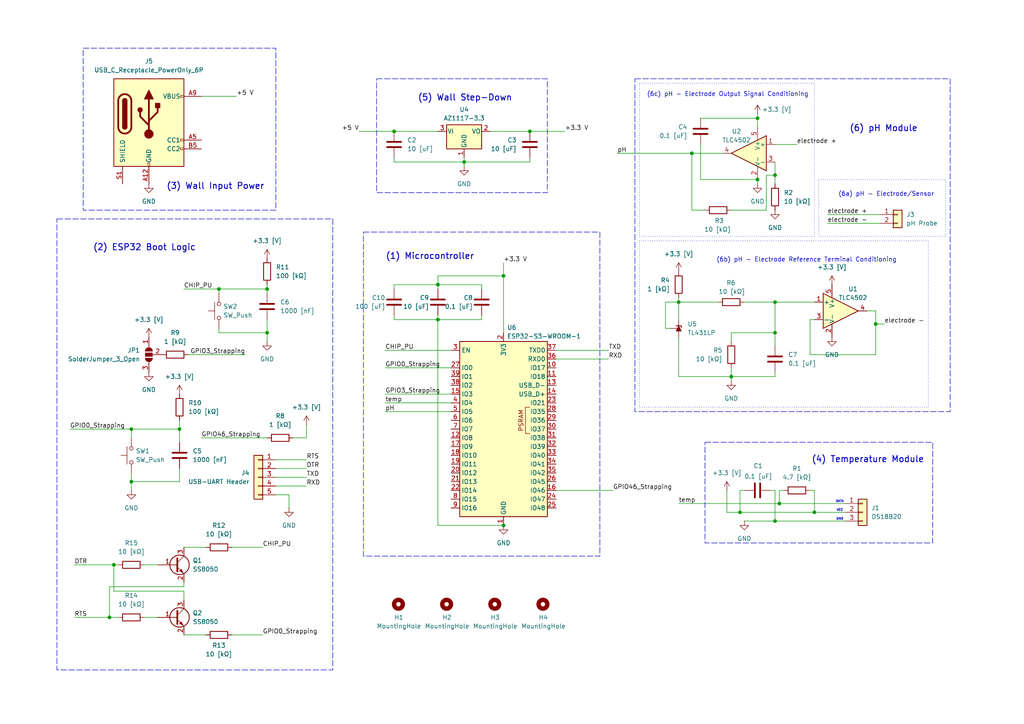
<source format=kicad_sch>
(kicad_sch (version 20231120) (generator "eeschema") (generator_version "8.0")
  (paper "A4")
  (lib_symbols
    (symbol "Amplifier_Operational:TLV172IDCK" (pin_names (offset 0.127))
      (property "Reference" "U" (at 7.62 2.54 0))
      (property "Value" "TLV172IDCK" (at 11.43 -2.54 0))
      (symbol "TLV172IDCK_0_1"
        (polyline (pts (xy -2.54 5.08) (xy -2.54 -5.08) (xy 7.62 0) (xy -2.54 5.08)) (stroke (width 0.254)) (fill (type background)))
      )
      (symbol "TLV172IDCK_1_1"
        (pin input line (at -5.08 2.54 0) (length 2.54) (name "+") (number "1"))
        (pin power_in line (at 0 -7.62 90) (length 3.81) (name "V-") (number "2"))
        (pin input line (at -5.08 -2.54 0) (length 2.54) (name "-") (number "3"))
        (pin output line (at 10.16 0 180) (length 2.54) (name "~") (number "4"))
        (pin power_in line (at 0 7.62 270) (length 3.81) (name "V+") (number "5"))
      )
    )
    (symbol "Connector:USB_C_Receptacle_PowerOnly_6P" (pin_names (offset 1.016))
      (property "Reference" "J" (at 0 16.51 0))
      (property "Value" "USB_C_Receptacle_PowerOnly_6P" (at 0 13.97 0))
      (symbol "USB_C_Receptacle_PowerOnly_6P_0_0"
        (rectangle (start -0.254 -12.7) (end 0.254 -11.684))
        (rectangle (start 10.16 -7.366) (end 9.144 -7.874))
        (rectangle (start 10.16 -4.826) (end 9.144 -5.334))
        (rectangle (start 10.16 7.874) (end 9.144 7.366))
      )
      (symbol "USB_C_Receptacle_PowerOnly_6P_0_1"
        (rectangle (start -10.16 12.7) (end 10.16 -12.7) (stroke (width 0.254)) (fill (type background)))
        (arc (start -8.89 -1.27) (mid -6.985 -3.1667) (end -5.08 -1.27) (stroke (width 0.508)))
        (arc (start -7.62 -1.27) (mid -6.985 -1.9023) (end -6.35 -1.27) (stroke (width 0.254)))
        (arc (start -7.62 -1.27) (mid -6.985 -1.9023) (end -6.35 -1.27) (stroke (width 0.254)) (fill (type outline)))
        (rectangle (start -7.62 -1.27) (end -6.35 6.35) (stroke (width 0.254)) (fill (type outline)))
        (arc (start -6.35 6.35) (mid -6.985 6.9823) (end -7.62 6.35) (stroke (width 0.254)))
        (arc (start -6.35 6.35) (mid -6.985 6.9823) (end -7.62 6.35) (stroke (width 0.254)) (fill (type outline)))
        (arc (start -5.08 6.35) (mid -6.985 8.2467) (end -8.89 6.35) (stroke (width 0.508)))
        (circle (center -2.54 3.683) (radius 0.635) (stroke (width 0.254)) (fill (type outline)))
        (circle (center 0 -3.302) (radius 1.27) (fill (type outline)))
        (polyline (pts (xy -8.89 -1.27) (xy -8.89 6.35)) (stroke (width 0.508)))
        (polyline (pts (xy -5.08 6.35) (xy -5.08 -1.27)) (stroke (width 0.508)))
        (polyline (pts (xy 0 -3.302) (xy 0 6.858)) (stroke (width 0.508)))
        (polyline (pts (xy 0 -0.762) (xy -2.54 1.778) (xy -2.54 3.048)) (stroke (width 0.508)))
        (polyline (pts (xy 0 0.508) (xy 2.54 3.048) (xy 2.54 4.318)) (stroke (width 0.508)))
        (polyline (pts (xy -1.27 6.858) (xy 0 9.398) (xy 1.27 6.858) (xy -1.27 6.858)) (stroke (width 0.254)) (fill (type outline)))
        (rectangle (start 1.905 4.318) (end 3.175 5.588) (stroke (width 0.254)) (fill (type outline)))
      )
      (symbol "USB_C_Receptacle_PowerOnly_6P_1_1"
        (pin passive line (at 0 -17.78 90) (length 5.08) (name "GND") (number "A12"))
        (pin bidirectional line (at 15.24 -5.08 180) (length 5.08) (name "CC1") (number "A5"))
        (pin passive line (at 15.24 7.62 180) (length 5.08) (name "VBUS") (number "A9"))
        (pin passive line (at 0 -17.78 90) (length 5.08) hide (name "GND") (number "B12"))
        (pin bidirectional line (at 15.24 -7.62 180) (length 5.08) (name "CC2") (number "B5"))
        (pin passive line (at 15.24 7.62 180) (length 5.08) hide (name "VBUS") (number "B9"))
        (pin passive line (at -7.62 -17.78 90) (length 5.08) (name "SHIELD") (number "S1"))
      )
    )
    (symbol "Connector_Generic:Conn_01x02" (pin_names (offset 1.016) hide)
      (property "Reference" "J" (at 0 2.54 0))
      (property "Value" "Conn_01x02" (at 0 -5.08 0))
      (symbol "Conn_01x02_1_1"
        (rectangle (start -1.27 -2.413) (end 0 -2.667) (stroke (width 0.1524)))
        (rectangle (start -1.27 0.127) (end 0 -0.127) (stroke (width 0.1524)))
        (rectangle (start -1.27 1.27) (end 1.27 -3.81) (stroke (width 0.254)) (fill (type background)))
        (pin passive line (at -5.08 0 0) (length 3.81) (name "Pin_1") (number "1"))
        (pin passive line (at -5.08 -2.54 0) (length 3.81) (name "Pin_2") (number "2"))
      )
    )
    (symbol "Connector_Generic:Conn_01x03" (pin_names (offset 1.016) hide)
      (property "Reference" "J" (at 0 5.08 0))
      (property "Value" "Conn_01x03" (at 0 -5.08 0))
      (symbol "Conn_01x03_1_1"
        (rectangle (start -1.27 -2.413) (end 0 -2.667) (stroke (width 0.1524)))
        (rectangle (start -1.27 0.127) (end 0 -0.127) (stroke (width 0.1524)))
        (rectangle (start -1.27 2.667) (end 0 2.413) (stroke (width 0.1524)))
        (rectangle (start -1.27 3.81) (end 1.27 -3.81) (stroke (width 0.254)) (fill (type background)))
        (pin passive line (at -5.08 2.54 0) (length 3.81) (name "Pin_1") (number "1"))
        (pin passive line (at -5.08 0 0) (length 3.81) (name "Pin_2") (number "2"))
        (pin passive line (at -5.08 -2.54 0) (length 3.81) (name "Pin_3") (number "3"))
      )
    )
    (symbol "Connector_Generic:Conn_01x05" (pin_names (offset 1.016) hide)
      (property "Reference" "J" (at 0 7.62 0))
      (property "Value" "Conn_01x05" (at 0 -7.62 0))
      (symbol "Conn_01x05_1_1"
        (rectangle (start -1.27 -4.953) (end 0 -5.207) (stroke (width 0.1524)))
        (rectangle (start -1.27 -2.413) (end 0 -2.667) (stroke (width 0.1524)))
        (rectangle (start -1.27 0.127) (end 0 -0.127) (stroke (width 0.1524)))
        (rectangle (start -1.27 2.667) (end 0 2.413) (stroke (width 0.1524)))
        (rectangle (start -1.27 5.207) (end 0 4.953) (stroke (width 0.1524)))
        (rectangle (start -1.27 6.35) (end 1.27 -6.35) (stroke (width 0.254)) (fill (type background)))
        (pin passive line (at -5.08 5.08 0) (length 3.81) (name "Pin_1") (number "1"))
        (pin passive line (at -5.08 2.54 0) (length 3.81) (name "Pin_2") (number "2"))
        (pin passive line (at -5.08 0 0) (length 3.81) (name "Pin_3") (number "3"))
        (pin passive line (at -5.08 -2.54 0) (length 3.81) (name "Pin_4") (number "4"))
        (pin passive line (at -5.08 -5.08 0) (length 3.81) (name "Pin_5") (number "5"))
      )
    )
    (symbol "Device:C" (pin_numbers hide) (pin_names (offset 0.254))
      (property "Reference" "C" (at 0.635 2.54 0))
      (property "Value" "C" (at 0.635 -2.54 0))
      (symbol "C_0_1"
        (polyline (pts (xy -2.032 -0.762) (xy 2.032 -0.762)) (stroke (width 0.508)))
        (polyline (pts (xy -2.032 0.762) (xy 2.032 0.762)) (stroke (width 0.508)))
      )
      (symbol "C_1_1"
        (pin passive line (at 0 3.81 270) (length 2.794) (name "~") (number "1"))
        (pin passive line (at 0 -3.81 90) (length 2.794) (name "~") (number "2"))
      )
    )
    (symbol "Device:R" (pin_numbers hide) (pin_names (offset 0))
      (property "Reference" "R" (at 2.032 0 90))
      (property "Value" "R" (at 0 0 90))
      (symbol "R_0_1"
        (rectangle (start -1.016 -2.54) (end 1.016 2.54) (stroke (width 0.254)))
      )
      (symbol "R_1_1"
        (pin passive line (at 0 3.81 270) (length 1.27) (name "~") (number "1"))
        (pin passive line (at 0 -3.81 90) (length 1.27) (name "~") (number "2"))
      )
    )
    (symbol "Jumper:SolderJumper_3_Open" (pin_names (offset 0) hide) (exclude_from_sim yes) (in_bom no)
      (property "Reference" "JP" (at -2.54 -2.54 0))
      (property "Value" "SolderJumper_3_Open" (at 0 2.794 0))
      (symbol "SolderJumper_3_Open_0_1"
        (arc (start -1.016 1.016) (mid -2.0276 0) (end -1.016 -1.016))
        (arc (start -1.016 1.016) (mid -2.0276 0) (end -1.016 -1.016) (fill (type outline)))
        (rectangle (start -0.508 1.016) (end 0.508 -1.016) (fill (type outline)))
        (polyline (pts (xy -2.54 0) (xy -2.032 0)))
        (polyline (pts (xy -1.016 1.016) (xy -1.016 -1.016)))
        (polyline (pts (xy 0 -1.27) (xy 0 -1.016)))
        (polyline (pts (xy 1.016 1.016) (xy 1.016 -1.016)))
        (polyline (pts (xy 2.54 0) (xy 2.032 0)))
        (arc (start 1.016 -1.016) (mid 2.0276 0) (end 1.016 1.016))
        (arc (start 1.016 -1.016) (mid 2.0276 0) (end 1.016 1.016) (fill (type outline)))
      )
      (symbol "SolderJumper_3_Open_1_1"
        (pin passive line (at -5.08 0 0) (length 2.54) (name "A") (number "1"))
        (pin passive line (at 0 -3.81 90) (length 2.54) (name "C") (number "2"))
        (pin passive line (at 5.08 0 180) (length 2.54) (name "B") (number "3"))
      )
    )
    (symbol "Mechanical:MountingHole" (pin_names (offset 1.016)) (exclude_from_sim yes) (in_bom no)
      (property "Reference" "H" (at 0 5.08 0))
      (property "Value" "MountingHole" (at 0 3.175 0))
      (symbol "MountingHole_0_1"
        (circle (center 0 0) (radius 1.27) (stroke (width 1.27)))
      )
    )
    (symbol "RF_Module:ESP32-S3-WROOM-1"
      (property "Reference" "U" (at -12.7 26.67 0))
      (property "Value" "ESP32-S3-WROOM-1" (at 12.7 26.67 0))
      (symbol "ESP32-S3-WROOM-1_0_0"
        (rectangle (start -12.7 25.4) (end 12.7 -25.4) (stroke (width 0.254)) (fill (type background)))
        (text "PSRAM" (at 5.08 2.54 900) (effects (font (size 1.27 1.27))))
      )
      (symbol "ESP32-S3-WROOM-1_0_1"
        (polyline (pts (xy 7.62 -1.27) (xy 6.35 -1.27) (xy 6.35 6.35) (xy 7.62 6.35)))
      )
      (symbol "ESP32-S3-WROOM-1_1_1"
        (pin power_in line (at 0 -27.94 90) (length 2.54) (name "GND") (number "1"))
        (pin bidirectional line (at 15.24 17.78 180) (length 2.54) (name "IO17") (number "10"))
        (pin bidirectional line (at 15.24 15.24 180) (length 2.54) (name "IO18") (number "11"))
        (pin bidirectional line (at -15.24 -2.54 0) (length 2.54) (name "IO8") (number "12"))
        (pin bidirectional line (at 15.24 12.7 180) (length 2.54) (name "USB_D-") (number "13"))
        (pin bidirectional line (at 15.24 10.16 180) (length 2.54) (name "USB_D+") (number "14"))
        (pin bidirectional line (at -15.24 10.16 0) (length 2.54) (name "IO3") (number "15"))
        (pin bidirectional line (at 15.24 -17.78 180) (length 2.54) (name "IO46") (number "16"))
        (pin bidirectional line (at -15.24 -5.08 0) (length 2.54) (name "IO9") (number "17"))
        (pin bidirectional line (at -15.24 -7.62 0) (length 2.54) (name "IO10") (number "18"))
        (pin bidirectional line (at -15.24 -10.16 0) (length 2.54) (name "IO11") (number "19"))
        (pin power_in line (at 0 27.94 270) (length 2.54) (name "3V3") (number "2"))
        (pin bidirectional line (at -15.24 -12.7 0) (length 2.54) (name "IO12") (number "20"))
        (pin bidirectional line (at -15.24 -15.24 0) (length 2.54) (name "IO13") (number "21"))
        (pin bidirectional line (at -15.24 -17.78 0) (length 2.54) (name "IO14") (number "22"))
        (pin bidirectional line (at 15.24 7.62 180) (length 2.54) (name "IO21") (number "23"))
        (pin bidirectional line (at 15.24 -20.32 180) (length 2.54) (name "IO47") (number "24"))
        (pin bidirectional line (at 15.24 -22.86 180) (length 2.54) (name "IO48") (number "25"))
        (pin bidirectional line (at 15.24 -15.24 180) (length 2.54) (name "IO45") (number "26"))
        (pin bidirectional line (at -15.24 17.78 0) (length 2.54) (name "IO0") (number "27"))
        (pin bidirectional line (at 15.24 5.08 180) (length 2.54) (name "IO35") (number "28"))
        (pin bidirectional line (at 15.24 2.54 180) (length 2.54) (name "IO36") (number "29"))
        (pin input line (at -15.24 22.86 0) (length 2.54) (name "EN") (number "3"))
        (pin bidirectional line (at 15.24 0 180) (length 2.54) (name "IO37") (number "30"))
        (pin bidirectional line (at 15.24 -2.54 180) (length 2.54) (name "IO38") (number "31"))
        (pin bidirectional line (at 15.24 -5.08 180) (length 2.54) (name "IO39") (number "32"))
        (pin bidirectional line (at 15.24 -7.62 180) (length 2.54) (name "IO40") (number "33"))
        (pin bidirectional line (at 15.24 -10.16 180) (length 2.54) (name "IO41") (number "34"))
        (pin bidirectional line (at 15.24 -12.7 180) (length 2.54) (name "IO42") (number "35"))
        (pin bidirectional line (at 15.24 20.32 180) (length 2.54) (name "RXD0") (number "36"))
        (pin bidirectional line (at 15.24 22.86 180) (length 2.54) (name "TXD0") (number "37"))
        (pin bidirectional line (at -15.24 12.7 0) (length 2.54) (name "IO2") (number "38"))
        (pin bidirectional line (at -15.24 15.24 0) (length 2.54) (name "IO1") (number "39"))
        (pin bidirectional line (at -15.24 7.62 0) (length 2.54) (name "IO4") (number "4"))
        (pin passive line (at 0 -27.94 90) (length 2.54) hide (name "GND") (number "40"))
        (pin passive line (at 0 -27.94 90) (length 2.54) hide (name "GND") (number "41"))
        (pin bidirectional line (at -15.24 5.08 0) (length 2.54) (name "IO5") (number "5"))
        (pin bidirectional line (at -15.24 2.54 0) (length 2.54) (name "IO6") (number "6"))
        (pin bidirectional line (at -15.24 0 0) (length 2.54) (name "IO7") (number "7"))
        (pin bidirectional line (at -15.24 -20.32 0) (length 2.54) (name "IO15") (number "8"))
        (pin bidirectional line (at -15.24 -22.86 0) (length 2.54) (name "IO16") (number "9"))
      )
    )
    (symbol "Reference_Voltage:TL431LP" (pin_numbers hide) (pin_names hide)
      (property "Reference" "U" (at -2.54 2.54 0))
      (property "Value" "TL431LP" (at 0 -2.54 0))
      (symbol "TL431LP_0_1"
        (polyline (pts (xy -1.27 0) (xy 0 0) (xy 1.27 0)))
        (polyline (pts (xy -0.762 -0.762) (xy -0.762 0.762) (xy 0.762 0) (xy -0.762 -0.762)) (fill (type outline)))
        (polyline (pts (xy 0.254 -0.762) (xy 0.762 -0.762) (xy 0.762 0.762) (xy 0.762 0.762)) (stroke (width 0.254)))
      )
      (symbol "TL431LP_1_1"
        (pin passive line (at 0 2.54 270) (length 2.54) (name "REF") (number "1"))
        (pin passive line (at -2.54 0 0) (length 2.54) (name "A") (number "2"))
        (pin passive line (at 2.54 0 180) (length 2.54) (name "K") (number "3"))
      )
    )
    (symbol "Regulator_Linear:AZ1117-3.3" (pin_names (offset 0.254))
      (property "Reference" "U" (at -3.81 3.175 0))
      (property "Value" "AZ1117-3.3" (at 0 3.175 0))
      (symbol "AZ1117-3.3_0_1"
        (rectangle (start -5.08 1.905) (end 5.08 -5.08) (stroke (width 0.254)) (fill (type background)))
      )
      (symbol "AZ1117-3.3_1_1"
        (pin power_in line (at 0 -7.62 90) (length 2.54) (name "GND") (number "1"))
        (pin power_out line (at 7.62 0 180) (length 2.54) (name "VO") (number "2"))
        (pin power_in line (at -7.62 0 0) (length 2.54) (name "VI") (number "3"))
      )
    )
    (symbol "Switch:SW_Push" (pin_numbers hide) (pin_names (offset 1.016) hide)
      (property "Reference" "SW" (at 1.27 2.54 0))
      (property "Value" "SW_Push" (at 0 -1.524 0))
      (symbol "SW_Push_0_1"
        (circle (center -2.032 0) (radius 0.508))
        (polyline (pts (xy 0 1.27) (xy 0 3.048)))
        (polyline (pts (xy 2.54 1.27) (xy -2.54 1.27)))
        (circle (center 2.032 0) (radius 0.508))
        (pin passive line (at -5.08 0 0) (length 2.54) (name "1") (number "1"))
        (pin passive line (at 5.08 0 180) (length 2.54) (name "2") (number "2"))
      )
    )
    (symbol "Transistor_BJT:SS8050" (pin_names (offset 0) hide)
      (property "Reference" "Q" (at 5.08 1.905 0))
      (property "Value" "SS8050" (at 5.08 0 0))
      (symbol "SS8050_0_1"
        (polyline (pts (xy 0.635 0.635) (xy 2.54 2.54)))
        (polyline (pts (xy 0.635 -0.635) (xy 2.54 -2.54) (xy 2.54 -2.54)))
        (polyline (pts (xy 0.635 1.905) (xy 0.635 -1.905) (xy 0.635 -1.905)) (stroke (width 0.508)))
        (polyline (pts (xy 1.27 -1.778) (xy 1.778 -1.27) (xy 2.286 -2.286) (xy 1.27 -1.778) (xy 1.27 -1.778)) (fill (type outline)))
        (circle (center 1.27 0) (radius 2.8194) (stroke (width 0.254)))
      )
      (symbol "SS8050_1_1"
        (pin input line (at -5.08 0 0) (length 5.715) (name "B") (number "1"))
        (pin passive line (at 2.54 -5.08 90) (length 2.54) (name "E") (number "2"))
        (pin passive line (at 2.54 5.08 270) (length 2.54) (name "C") (number "3"))
      )
    )
    (symbol "power:GND" (power) (pin_numbers hide) (pin_names (offset 0) hide)
      (property "Value" "GND" (at 0 -3.81 0))
      (symbol "GND_0_1"
        (polyline (pts (xy 0 0) (xy 0 -1.27) (xy 1.27 -1.27) (xy 0 -2.54) (xy -1.27 -1.27) (xy 0 -1.27)))
      )
      (symbol "GND_1_1"
        (pin power_in line (at 0 0 270) (length 0) (name "~") (number "1"))
      )
    )
    (symbol "power:VCC" (power) (pin_numbers hide) (pin_names (offset 0) hide)
      (property "Value" "VCC" (at 0 3.556 0))
      (symbol "VCC_0_1"
        (polyline (pts (xy -0.762 1.27) (xy 0 2.54)))
        (polyline (pts (xy 0 0) (xy 0 2.54)))
        (polyline (pts (xy 0 2.54) (xy 0.762 1.27)))
      )
      (symbol "VCC_1_1"
        (pin power_in line (at 0 0 90) (length 0) (name "~") (number "1"))
      )
    )
  )
  (junction (at 224.79 87.63))
  (junction (at 38.1 124.46))
  (junction (at 200.66 44.45))
  (junction (at 224.79 50.8))
  (junction (at 127 82.55))
  (junction (at 219.71 52.07))
  (junction (at 226.06 146.05))
  (junction (at 196.85 87.63))
  (junction (at 224.79 151.13))
  (junction (at 33.02 163.83))
  (junction (at 254 93.98))
  (junction (at 114.3 38.1))
  (junction (at 224.79 96.52))
  (junction (at 236.22 148.59))
  (junction (at 127 92.71))
  (junction (at 31.75 179.07))
  (junction (at 146.05 152.4))
  (junction (at 214.63 148.59))
  (junction (at 146.05 80.01))
  (junction (at 134.62 46.99))
  (junction (at 77.47 96.52))
  (junction (at 153.67 38.1))
  (junction (at 212.09 109.22))
  (junction (at 52.07 124.46))
  (junction (at 63.5 83.82))
  (junction (at 219.71 34.29))
  (junction (at 77.47 83.82))
  (junction (at 38.1 139.7))
  (wire (pts (xy 53.34 170.18) (xy 31.75 170.18)))
  (wire (pts (xy 234.95 102.87) (xy 254 102.87)))
  (wire (pts (xy 146.05 76.2) (xy 146.05 80.01)))
  (wire (pts (xy 52.07 124.46) (xy 52.07 121.92)))
  (wire (pts (xy 224.79 46.99) (xy 224.79 50.8)))
  (wire (pts (xy 224.79 96.52) (xy 224.79 100.33)))
  (wire (pts (xy 52.07 124.46) (xy 52.07 128.27)))
  (wire (pts (xy 41.91 163.83) (xy 45.72 163.83)))
  (wire (pts (xy 212.09 60.96) (xy 222.25 60.96)))
  (wire (pts (xy 222.25 60.96) (xy 222.25 50.8)))
  (wire (pts (xy 214.63 148.59) (xy 210.82 148.59)))
  (wire (pts (xy 21.59 163.83) (xy 33.02 163.83)))
  (wire (pts (xy 114.3 91.44) (xy 114.3 92.71)))
  (wire (pts (xy 53.34 158.75) (xy 59.69 158.75)))
  (wire (pts (xy 234.95 92.71) (xy 234.95 102.87)))
  (wire (pts (xy 127 152.4) (xy 146.05 152.4)))
  (wire (pts (xy 210.82 142.24) (xy 210.82 148.59)))
  (wire (pts (xy 114.3 82.55) (xy 127 82.55)))
  (wire (pts (xy 114.3 46.99) (xy 114.3 45.72)))
  (wire (pts (xy 219.71 33.02) (xy 219.71 34.29)))
  (wire (pts (xy 58.42 27.94) (xy 68.58 27.94)))
  (wire (pts (xy 20.32 124.46) (xy 38.1 124.46)))
  (wire (pts (xy 38.1 124.46) (xy 52.07 124.46)))
  (wire (pts (xy 254 90.17) (xy 254 93.98)))
  (wire (pts (xy 134.62 46.99) (xy 134.62 48.26)))
  (wire (pts (xy 226.06 146.05) (xy 245.11 146.05)))
  (wire (pts (xy 33.02 163.83) (xy 34.29 163.83)))
  (wire (pts (xy 80.01 138.43) (xy 88.9 138.43)))
  (wire (pts (xy 63.5 96.52) (xy 77.47 96.52)))
  (wire (pts (xy 212.09 96.52) (xy 212.09 99.06)))
  (wire (pts (xy 71.12 102.87) (xy 54.61 102.87)))
  (wire (pts (xy 222.25 50.8) (xy 224.79 50.8)))
  (wire (pts (xy 111.76 116.84) (xy 130.81 116.84)))
  (wire (pts (xy 227.33 142.24) (xy 226.06 142.24)))
  (wire (pts (xy 193.04 87.63) (xy 196.85 87.63)))
  (wire (pts (xy 224.79 50.8) (xy 224.79 53.34)))
  (wire (pts (xy 127 92.71) (xy 139.7 92.71)))
  (wire (pts (xy 161.29 101.6) (xy 176.53 101.6)))
  (wire (pts (xy 127 82.55) (xy 127 80.01)))
  (wire (pts (xy 224.79 151.13) (xy 245.11 151.13)))
  (wire (pts (xy 161.29 142.24) (xy 177.8 142.24)))
  (wire (pts (xy 38.1 137.16) (xy 38.1 139.7)))
  (wire (pts (xy 111.76 119.38) (xy 130.81 119.38)))
  (wire (pts (xy 127 92.71) (xy 127 152.4)))
  (wire (pts (xy 255.27 62.23) (xy 240.03 62.23)))
  (wire (pts (xy 236.22 148.59) (xy 245.11 148.59)))
  (wire (pts (xy 153.67 46.99) (xy 153.67 45.72)))
  (wire (pts (xy 67.31 184.15) (xy 76.2 184.15)))
  (wire (pts (xy 194.31 95.25) (xy 193.04 95.25)))
  (wire (pts (xy 236.22 92.71) (xy 234.95 92.71)))
  (wire (pts (xy 203.2 52.07) (xy 219.71 52.07)))
  (wire (pts (xy 53.34 83.82) (xy 63.5 83.82)))
  (wire (pts (xy 139.7 91.44) (xy 139.7 92.71)))
  (wire (pts (xy 53.34 171.45) (xy 33.02 171.45)))
  (wire (pts (xy 114.3 46.99) (xy 134.62 46.99)))
  (wire (pts (xy 236.22 87.63) (xy 224.79 87.63)))
  (wire (pts (xy 219.71 34.29) (xy 203.2 34.29)))
  (wire (pts (xy 88.9 133.35) (xy 80.01 133.35)))
  (wire (pts (xy 161.29 104.14) (xy 176.53 104.14)))
  (wire (pts (xy 52.07 135.89) (xy 52.07 139.7)))
  (wire (pts (xy 224.79 87.63) (xy 224.79 96.52)))
  (wire (pts (xy 142.24 38.1) (xy 153.67 38.1)))
  (wire (pts (xy 224.79 109.22) (xy 224.79 107.95)))
  (wire (pts (xy 38.1 142.24) (xy 38.1 139.7)))
  (wire (pts (xy 127 82.55) (xy 127 83.82)))
  (wire (pts (xy 63.5 83.82) (xy 77.47 83.82)))
  (wire (pts (xy 153.67 38.1) (xy 163.83 38.1)))
  (wire (pts (xy 212.09 96.52) (xy 224.79 96.52)))
  (wire (pts (xy 31.75 179.07) (xy 34.29 179.07)))
  (wire (pts (xy 193.04 95.25) (xy 193.04 87.63)))
  (wire (pts (xy 215.9 151.13) (xy 224.79 151.13)))
  (wire (pts (xy 67.31 158.75) (xy 76.2 158.75)))
  (wire (pts (xy 127 91.44) (xy 127 92.71)))
  (wire (pts (xy 196.85 87.63) (xy 196.85 92.71)))
  (wire (pts (xy 196.85 146.05) (xy 226.06 146.05)))
  (wire (pts (xy 254 93.98) (xy 254 102.87)))
  (wire (pts (xy 83.82 143.51) (xy 83.82 147.32)))
  (wire (pts (xy 53.34 184.15) (xy 59.69 184.15)))
  (wire (pts (xy 41.91 179.07) (xy 45.72 179.07)))
  (wire (pts (xy 31.75 170.18) (xy 31.75 179.07)))
  (wire (pts (xy 215.9 142.24) (xy 214.63 142.24)))
  (wire (pts (xy 255.27 64.77) (xy 240.03 64.77)))
  (wire (pts (xy 77.47 83.82) (xy 77.47 82.55)))
  (wire (pts (xy 127 80.01) (xy 146.05 80.01)))
  (wire (pts (xy 38.1 139.7) (xy 52.07 139.7)))
  (wire (pts (xy 236.22 142.24) (xy 234.95 142.24)))
  (wire (pts (xy 77.47 99.06) (xy 77.47 96.52)))
  (wire (pts (xy 111.76 114.3) (xy 130.81 114.3)))
  (wire (pts (xy 224.79 142.24) (xy 223.52 142.24)))
  (wire (pts (xy 179.07 44.45) (xy 200.66 44.45)))
  (wire (pts (xy 212.09 109.22) (xy 212.09 106.68)))
  (wire (pts (xy 196.85 109.22) (xy 212.09 109.22)))
  (wire (pts (xy 134.62 46.99) (xy 134.62 45.72)))
  (wire (pts (xy 33.02 171.45) (xy 33.02 163.83)))
  (wire (pts (xy 88.9 140.97) (xy 80.01 140.97)))
  (wire (pts (xy 224.79 142.24) (xy 224.79 151.13)))
  (wire (pts (xy 21.59 179.07) (xy 31.75 179.07)))
  (wire (pts (xy 53.34 173.99) (xy 53.34 171.45)))
  (wire (pts (xy 114.3 83.82) (xy 114.3 82.55)))
  (wire (pts (xy 212.09 109.22) (xy 224.79 109.22)))
  (wire (pts (xy 219.71 53.34) (xy 219.71 52.07)))
  (wire (pts (xy 214.63 148.59) (xy 236.22 148.59)))
  (wire (pts (xy 104.14 38.1) (xy 114.3 38.1)))
  (wire (pts (xy 254 93.98) (xy 256.54 93.98)))
  (wire (pts (xy 127 82.55) (xy 139.7 82.55)))
  (wire (pts (xy 196.85 86.36) (xy 196.85 87.63)))
  (wire (pts (xy 63.5 95.25) (xy 63.5 96.52)))
  (wire (pts (xy 88.9 123.19) (xy 88.9 127)))
  (wire (pts (xy 111.76 101.6) (xy 130.81 101.6)))
  (wire (pts (xy 80.01 143.51) (xy 83.82 143.51)))
  (wire (pts (xy 38.1 127) (xy 38.1 124.46)))
  (wire (pts (xy 134.62 46.99) (xy 153.67 46.99)))
  (wire (pts (xy 88.9 135.89) (xy 80.01 135.89)))
  (wire (pts (xy 212.09 110.49) (xy 212.09 109.22)))
  (wire (pts (xy 77.47 92.71) (xy 77.47 96.52)))
  (wire (pts (xy 196.85 87.63) (xy 208.28 87.63)))
  (wire (pts (xy 226.06 142.24) (xy 226.06 146.05)))
  (wire (pts (xy 85.09 127) (xy 88.9 127)))
  (wire (pts (xy 200.66 60.96) (xy 204.47 60.96)))
  (wire (pts (xy 231.14 41.91) (xy 224.79 41.91)))
  (wire (pts (xy 146.05 80.01) (xy 146.05 96.52)))
  (wire (pts (xy 215.9 87.63) (xy 224.79 87.63)))
  (wire (pts (xy 196.85 97.79) (xy 196.85 109.22)))
  (wire (pts (xy 214.63 142.24) (xy 214.63 148.59)))
  (wire (pts (xy 203.2 41.91) (xy 203.2 52.07)))
  (wire (pts (xy 58.42 127) (xy 77.47 127)))
  (wire (pts (xy 219.71 34.29) (xy 219.71 36.83)))
  (wire (pts (xy 111.76 106.68) (xy 130.81 106.68)))
  (wire (pts (xy 236.22 142.24) (xy 236.22 148.59)))
  (wire (pts (xy 53.34 168.91) (xy 53.34 170.18)))
  (wire (pts (xy 139.7 82.55) (xy 139.7 83.82)))
  (wire (pts (xy 251.46 90.17) (xy 254 90.17)))
  (wire (pts (xy 77.47 83.82) (xy 77.47 85.09)))
  (wire (pts (xy 114.3 92.71) (xy 127 92.71)))
  (wire (pts (xy 63.5 85.09) (xy 63.5 83.82)))
  (wire (pts (xy 114.3 38.1) (xy 127 38.1)))
  (wire (pts (xy 200.66 44.45) (xy 209.55 44.45)))
  (wire (pts (xy 200.66 44.45) (xy 200.66 60.96)))
  (rectangle (start 204.47 128.27) (end 270.51 157.48) (stroke (width 0) (type dash)))
  (rectangle (start 24.13 13.97) (end 80.01 60.96) (stroke (width 0) (type dash)))
  (rectangle (start 16.51 63.5) (end 96.52 194.31) (stroke (width 0) (type dash)))
  (rectangle (start 185.42 69.85) (end 269.24 118.11) (stroke (width 0) (type dot)))
  (rectangle (start 105.41 67.31) (end 173.99 161.29) (stroke (width 0) (type dash)))
  (rectangle (start 184.15 22.86) (end 275.59 119.38) (stroke (width 0) (type dash)))
  (rectangle (start 237.49 52.07) (end 274.32 68.58) (stroke (width 0) (type dot)))
  (rectangle (start 109.22 22.86) (end 158.75 55.88) (stroke (width 0) (type dash)))
  (rectangle (start 185.42 24.13) (end 236.22 68.58) (stroke (width 0) (type dot)))
  (text "(3) Wall Input Power" (at 62.484 54.102 0) (effects (font (size 1.778 1.778) (thickness 0.254) (bold yes))))
  (text "(6a) pH - Electrode/Sensor" (at 257.048 56.388 0) (effects (font (size 1.27 1.27))))
  (text "(2) ESP32 Boot Logic" (at 41.91 71.882 0) (effects (font (size 1.778 1.778) (thickness 0.254) (bold yes))))
  (text "(6c) pH - Electrode Output Signal Conditioning" (at 211.074 27.432 0) (effects (font (size 1.27 1.27))))
  (text "(5) Wall Step-Down" (at 134.874 28.448 0) (effects (font (size 1.778 1.778) (thickness 0.254) (bold yes))))
  (text "VCC" (at 243.586 148.082 0) (effects (font (size 0.635 0.635))))
  (text "(1) Microcontroller" (at 124.714 74.422 0) (effects (font (size 1.778 1.778) (thickness 0.254) (bold yes))))
  (text "DATA" (at 243.586 145.542 0) (effects (font (size 0.635 0.635))))
  (text "(6b) pH - Electrode Reference Terminal Conditioning" (at 233.934 75.438 0) (effects (font (size 1.27 1.27))))
  (text "GND\n" (at 243.586 150.622 0) (effects (font (size 0.635 0.635))))
  (text "(4) Temperature Module" (at 251.714 133.35 0) (effects (font (size 1.778 1.778) (thickness 0.254) (bold yes))))
  (text "(6) pH Module" (at 256.286 37.338 0) (effects (font (size 1.778 1.778) (thickness 0.254) (bold yes))))
  (label "GPIO3_Strapping" (at 71.12 102.87 180))
  (label "electrode +" (at 231.14 41.91 0))
  (label "electrode +" (at 240.03 62.23 0))
  (label "GPIO0_Strapping" (at 111.76 106.68 0))
  (label "RTS" (at 21.59 179.07 0))
  (label "RTS" (at 88.9 133.35 0))
  (label "DTR" (at 88.9 135.89 0))
  (label "+5 V" (at 104.14 38.1 180))
  (label "CHIP_PU" (at 76.2 158.75 0))
  (label "pH" (at 179.07 44.45 0))
  (label "RXD" (at 88.9 140.97 0))
  (label "pH" (at 111.76 119.38 0))
  (label "+3.3 V" (at 163.83 38.1 0))
  (label "electrode -" (at 240.03 64.77 0))
  (label "GPIO0_Strapping" (at 20.32 124.46 0))
  (label "+5 V" (at 68.58 27.94 0))
  (label "GPIO3_Strapping" (at 111.76 114.3 0))
  (label "temp" (at 111.76 116.84 0))
  (label "CHIP_PU" (at 53.34 83.82 0))
  (label "+3.3 V" (at 146.05 76.2 0))
  (label "TXD" (at 88.9 138.43 0))
  (label "GPIO46_Strapping" (at 58.42 127 0))
  (label "TXD" (at 176.53 101.6 0))
  (label "temp" (at 196.85 146.05 0))
  (label "DTR" (at 21.59 163.83 0))
  (label "GPIO0_Strapping" (at 76.2 184.15 0))
  (label "electrode -" (at 256.54 93.98 0))
  (label "GPIO46_Strapping" (at 177.8 142.24 0))
  (label "CHIP_PU" (at 111.76 101.6 0))
  (label "RXD" (at 176.53 104.14 0))
  (symbol (lib_id "Transistor_BJT:SS8050") (at 50.8 163.83 0) (unit 1)
    (property "Reference" "Q1" (at 55.88 162.5599 0) (effects (justify left)))
    (property "Value" "SS8050" (at 55.88 165.0999 0) (effects (justify left)))
    (property "Footprint" "Package_TO_SOT_SMD:SOT-23" (effects (hide yes)))
    (property "Datasheet" "http://www.secosgmbh.com/datasheet/products/SSMPTransistor/SOT-23/SS8050.pdf" (effects (hide yes)))
    (property "Description" "General Purpose NPN Transistor, 1.5A Ic, 25V Vce, SOT-23" (effects (hide yes)))
  )
  (symbol (lib_id "power:GND") (at 241.3 97.79 0) (mirror y) (unit 1)
    (property "Reference" "#PWR02" (effects (hide yes)))
    (property "Value" "GND" (at 241.3 102.87 0))
    (property "Description" "Power symbol creates a global label with name \"GND\" , ground" (effects (hide yes)))
  )
  (symbol (lib_id "power:GND") (at 224.79 60.96 0) (mirror y) (unit 1)
    (property "Reference" "#PWR014" (effects (hide yes)))
    (property "Value" "GND" (at 224.79 66.04 0))
    (property "Description" "Power symbol creates a global label with name \"GND\" , ground" (effects (hide yes)))
  )
  (symbol (lib_id "Device:C") (at 153.67 41.91 0) (mirror y) (unit 1)
    (property "Reference" "C3" (at 149.86 40.6399 0) (effects (justify left)))
    (property "Value" "10 [uF]" (at 149.86 43.1799 0) (effects (justify left)))
    (property "Footprint" "Capacitor_SMD:C_0805_2012Metric_Pad1.18x1.45mm_HandSolder" (effects (hide yes)))
    (property "Description" "Unpolarized capacitor" (effects (hide yes)))
  )
  (symbol (lib_id "power:GND") (at 43.18 107.95 0) (mirror y) (unit 1)
    (property "Reference" "#PWR09" (effects (hide yes)))
    (property "Value" "GND" (at 43.18 113.03 0))
    (property "Description" "Power symbol creates a global label with name \"GND\" , ground" (effects (hide yes)))
  )
  (symbol (lib_id "Device:C") (at 224.79 104.14 0) (unit 1)
    (property "Reference" "C7" (at 228.6 102.8699 0) (effects (justify left)))
    (property "Value" "0.1 [uF]" (at 228.6 105.4099 0) (effects (justify left)))
    (property "Footprint" "Capacitor_SMD:C_0805_2012Metric_Pad1.18x1.45mm_HandSolder" (effects (hide yes)))
    (property "Description" "Unpolarized capacitor" (effects (hide yes)))
  )
  (symbol (lib_id "power:GND") (at 38.1 142.24 0) (unit 1)
    (property "Reference" "#PWR010" (effects (hide yes)))
    (property "Value" "GND" (at 38.1 147.32 0))
    (property "Description" "Power symbol creates a global label with name \"GND\" , ground" (effects (hide yes)))
  )
  (symbol (lib_id "Device:R") (at 212.09 87.63 270) (unit 1)
    (property "Reference" "R6" (at 213.36 82.042 90) (effects (justify right)))
    (property "Value" "10 [kΩ]" (at 216.154 84.582 90) (effects (justify right)))
    (property "Footprint" "Resistor_SMD:R_0805_2012Metric_Pad1.20x1.40mm_HandSolder" (effects (hide yes)))
    (property "Description" "Resistor" (effects (hide yes)))
  )
  (symbol (lib_id "Device:R") (at 81.28 127 90) (unit 1)
    (property "Reference" "R8" (at 81.28 120.65 90))
    (property "Value" "1 [kΩ]" (at 81.28 123.19 90))
    (property "Footprint" "Resistor_SMD:R_0805_2012Metric_Pad1.20x1.40mm_HandSolder" (effects (hide yes)))
    (property "Description" "Resistor" (effects (hide yes)))
  )
  (symbol (lib_id "power:GND") (at 215.9 151.13 0) (unit 1)
    (property "Reference" "#PWR05" (effects (hide yes)))
    (property "Value" "GND" (at 215.9 156.21 0))
    (property "Description" "Power symbol creates a global label with name \"GND\" , ground" (effects (hide yes)))
  )
  (symbol (lib_id "power:VCC") (at 52.07 114.3 0) (unit 1)
    (property "Reference" "#PWR011" (effects (hide yes)))
    (property "Value" "+3.3 [V]" (at 52.07 109.22 0))
    (property "Description" "Power symbol creates a global label with name \"VCC\"" (effects (hide yes)))
  )
  (symbol (lib_id "Device:C") (at 127 87.63 0) (mirror y) (unit 1)
    (property "Reference" "C9" (at 124.46 86.36 0) (effects (justify left)))
    (property "Value" "10 [uF]" (at 124.46 88.9 0) (effects (justify left)))
    (property "Footprint" "Capacitor_SMD:C_0805_2012Metric_Pad1.18x1.45mm_HandSolder" (effects (hide yes)))
    (property "Description" "Unpolarized capacitor" (effects (hide yes)))
  )
  (symbol (lib_id "Connector_Generic:Conn_01x03") (at 250.19 148.59 0) (unit 1)
    (property "Reference" "J1" (at 252.73 147.3199 0) (effects (justify left)))
    (property "Value" "DS18B20" (at 252.73 149.8599 0) (effects (justify left)))
    (property "Footprint" "TerminalBlock_Phoenix:TerminalBlock_Phoenix_PT-1,5-2-3.5-H_1x02_P3.50mm_Horizontal" (effects (hide yes)))
    (property "Description" "Generic connector, single row, 01x03, script generated (kicad-library-utils/schlib/autogen/connector/)" (effects (hide yes)))
  )
  (symbol (lib_id "Device:R") (at 63.5 184.15 90) (unit 1)
    (property "Reference" "R13" (at 63.5 187.198 90))
    (property "Value" "10 [kΩ]" (at 63.5 189.738 90))
    (property "Footprint" "Resistor_SMD:R_0805_2012Metric_Pad1.20x1.40mm_HandSolder" (effects (hide yes)))
    (property "Description" "Resistor" (effects (hide yes)))
  )
  (symbol (lib_id "Device:R") (at 38.1 179.07 90) (unit 1)
    (property "Reference" "R14" (at 38.1 172.72 90))
    (property "Value" "10 [kΩ]" (at 38.1 175.26 90))
    (property "Footprint" "Resistor_SMD:R_0805_2012Metric_Pad1.20x1.40mm_HandSolder" (effects (hide yes)))
    (property "Description" "Resistor" (effects (hide yes)))
  )
  (symbol (lib_id "Device:R") (at 63.5 158.75 90) (unit 1)
    (property "Reference" "R12" (at 63.5 152.4 90))
    (property "Value" "10 [kΩ]" (at 63.5 154.94 90))
    (property "Footprint" "Resistor_SMD:R_0805_2012Metric_Pad1.20x1.40mm_HandSolder" (effects (hide yes)))
    (property "Description" "Resistor" (effects (hide yes)))
  )
  (symbol (lib_id "Switch:SW_Push") (at 38.1 132.08 90) (unit 1)
    (property "Reference" "SW1" (at 39.37 130.8099 90) (effects (justify right)))
    (property "Value" "SW_Push" (at 39.37 133.3499 90) (effects (justify right)))
    (property "Footprint" "Button_Switch_THT:SW_PUSH_1P1T_6x3.5mm_H5.0_APEM_MJTP1250" (effects (hide yes)))
    (property "Description" "Push button switch, generic, two pins" (effects (hide yes)))
  )
  (symbol (lib_id "Device:C") (at 52.07 132.08 0) (unit 1)
    (property "Reference" "C5" (at 55.88 130.8099 0) (effects (justify left)))
    (property "Value" "1000 [nF]" (at 55.88 133.3499 0) (effects (justify left)))
    (property "Footprint" "Capacitor_SMD:C_0805_2012Metric_Pad1.18x1.45mm_HandSolder" (effects (hide yes)))
    (property "Description" "Unpolarized capacitor" (effects (hide yes)))
  )
  (symbol (lib_id "Device:C") (at 114.3 87.63 0) (mirror y) (unit 1)
    (property "Reference" "C10" (at 111.76 86.36 0) (effects (justify left)))
    (property "Value" "100 [uF]" (at 111.76 88.9 0) (effects (justify left)))
    (property "Footprint" "Capacitor_SMD:C_0805_2012Metric_Pad1.18x1.45mm_HandSolder" (effects (hide yes)))
    (property "Description" "Unpolarized capacitor" (effects (hide yes)))
  )
  (symbol (lib_id "Device:C") (at 203.2 38.1 0) (mirror y) (unit 1)
    (property "Reference" "C4" (at 199.39 36.8299 0) (effects (justify left)))
    (property "Value" "0.1 [uF]" (at 199.39 39.3699 0) (effects (justify left)))
    (property "Footprint" "Capacitor_SMD:C_0805_2012Metric_Pad1.18x1.45mm_HandSolder" (effects (hide yes)))
    (property "Description" "Unpolarized capacitor" (effects (hide yes)))
  )
  (symbol (lib_id "Device:R") (at 50.8 102.87 270) (mirror x) (unit 1)
    (property "Reference" "R9" (at 50.8 96.52 90))
    (property "Value" "1 [kΩ]" (at 50.8 99.06 90))
    (property "Footprint" "Resistor_SMD:R_0805_2012Metric_Pad1.20x1.40mm_HandSolder" (effects (hide yes)))
    (property "Description" "Resistor" (effects (hide yes)))
  )
  (symbol (lib_id "power:VCC") (at 196.85 78.74 0) (unit 1)
    (property "Reference" "#PWR017" (effects (hide yes)))
    (property "Value" "+3.3 [V]" (at 196.85 73.66 0))
    (property "Description" "Power symbol creates a global label with name \"VCC\"" (effects (hide yes)))
  )
  (symbol (lib_id "power:VCC") (at 241.3 82.55 0) (unit 1)
    (property "Reference" "#PWR03" (effects (hide yes)))
    (property "Value" "+3.3 [V]" (at 241.3 77.47 0))
    (property "Description" "Power symbol creates a global label with name \"VCC\"" (effects (hide yes)))
  )
  (symbol (lib_id "Device:R") (at 77.47 78.74 180) (unit 1)
    (property "Reference" "R11" (at 80.01 77.4699 0) (effects (justify right)))
    (property "Value" "100 [kΩ]" (at 80.01 80.0099 0) (effects (justify right)))
    (property "Footprint" "Resistor_SMD:R_0805_2012Metric_Pad1.20x1.40mm_HandSolder" (effects (hide yes)))
    (property "Description" "Resistor" (effects (hide yes)))
  )
  (symbol (lib_id "Device:R") (at 224.79 57.15 180) (unit 1)
    (property "Reference" "R2" (at 227.33 55.8799 0) (effects (justify right)))
    (property "Value" "10 [kΩ]" (at 227.33 58.4199 0) (effects (justify right)))
    (property "Footprint" "Resistor_SMD:R_0805_2012Metric_Pad1.20x1.40mm_HandSolder" (effects (hide yes)))
    (property "Description" "Resistor" (effects (hide yes)))
  )
  (symbol (lib_id "Device:C") (at 114.3 41.91 0) (unit 1)
    (property "Reference" "C2" (at 118.11 40.6399 0) (effects (justify left)))
    (property "Value" "10 [uF]" (at 118.11 43.1799 0) (effects (justify left)))
    (property "Footprint" "Capacitor_SMD:C_0805_2012Metric_Pad1.18x1.45mm_HandSolder" (effects (hide yes)))
    (property "Description" "Unpolarized capacitor" (effects (hide yes)))
  )
  (symbol (lib_id "Mechanical:MountingHole") (at 157.48 175.26 0) (unit 1) (exclude_from_sim yes) (in_bom no)
    (property "Reference" "H4" (at 156.21 179.07 0) (effects (justify left)))
    (property "Value" "MountingHole" (at 151.13 181.61 0) (effects (justify left)))
    (property "Footprint" "MountingHole:MountingHole_3.2mm_M3" (effects (hide yes)))
    (property "Description" "Mounting Hole without connection" (effects (hide yes)))
  )
  (symbol (lib_id "power:GND") (at 146.05 152.4 0) (unit 1)
    (property "Reference" "#PWR016" (effects (hide yes)))
    (property "Value" "GND" (at 146.05 157.48 0))
    (property "Description" "Power symbol creates a global label with name \"GND\" , ground" (effects (hide yes)))
  )
  (symbol (lib_id "power:GND") (at 219.71 53.34 0) (mirror y) (unit 1)
    (property "Reference" "#PWR01" (effects (hide yes)))
    (property "Value" "GND" (at 219.71 58.42 0))
    (property "Description" "Power symbol creates a global label with name \"GND\" , ground" (effects (hide yes)))
  )
  (symbol (lib_id "Device:R") (at 196.85 82.55 0) (mirror x) (unit 1)
    (property "Reference" "R4" (at 194.31 81.2799 0) (effects (justify right)))
    (property "Value" "1 [kΩ]" (at 194.31 83.8199 0) (effects (justify right)))
    (property "Footprint" "Resistor_SMD:R_0805_2012Metric_Pad1.20x1.40mm_HandSolder" (effects (hide yes)))
    (property "Description" "Resistor" (effects (hide yes)))
  )
  (symbol (lib_id "power:VCC") (at 88.9 123.19 0) (unit 1)
    (property "Reference" "#PWR07" (effects (hide yes)))
    (property "Value" "+3.3 [V]" (at 88.9 118.11 0))
    (property "Description" "Power symbol creates a global label with name \"VCC\"" (effects (hide yes)))
  )
  (symbol (lib_id "Mechanical:MountingHole") (at 129.54 175.26 0) (unit 1) (exclude_from_sim yes) (in_bom no)
    (property "Reference" "H2" (at 128.27 179.07 0) (effects (justify left)))
    (property "Value" "MountingHole" (at 123.19 181.61 0) (effects (justify left)))
    (property "Footprint" "MountingHole:MountingHole_3.2mm_M3" (effects (hide yes)))
    (property "Description" "Mounting Hole without connection" (effects (hide yes)))
  )
  (symbol (lib_id "power:GND") (at 212.09 110.49 0) (unit 1)
    (property "Reference" "#PWR015" (effects (hide yes)))
    (property "Value" "GND" (at 212.09 115.57 0))
    (property "Description" "Power symbol creates a global label with name \"GND\" , ground" (effects (hide yes)))
  )
  (symbol (lib_id "power:VCC") (at 210.82 142.24 0) (unit 1)
    (property "Reference" "#PWR06" (effects (hide yes)))
    (property "Value" "+3.3 [V]" (at 210.82 137.16 0))
    (property "Description" "Power symbol creates a global label with name \"VCC\"" (effects (hide yes)))
  )
  (symbol (lib_id "Switch:SW_Push") (at 63.5 90.17 90) (unit 1)
    (property "Reference" "SW2" (at 64.77 88.8999 90) (effects (justify right)))
    (property "Value" "SW_Push" (at 64.77 91.4399 90) (effects (justify right)))
    (property "Footprint" "Button_Switch_THT:SW_PUSH_1P1T_6x3.5mm_H5.0_APEM_MJTP1250" (effects (hide yes)))
    (property "Description" "Push button switch, generic, two pins" (effects (hide yes)))
  )
  (symbol (lib_id "Amplifier_Operational:TLV172IDCK") (at 219.71 44.45 0) (mirror y) (unit 1)
    (property "Reference" "U2" (at 213.614 38.1 0))
    (property "Value" "TLC4502" (at 213.614 40.64 0))
    (property "Footprint" "Package_TO_SOT_SMD:SOT-353_SC-70-5" (effects (hide yes)))
    (property "Datasheet" "http://www.ti.com/lit/ds/symlink/tlv172.pdf" (effects (hide yes)))
    (property "Description" "Low-power Operational Amplifier, SOT-353" (effects (hide yes)))
  )
  (symbol (lib_id "Device:R") (at 52.07 118.11 180) (unit 1)
    (property "Reference" "R10" (at 54.61 116.8399 0) (effects (justify right)))
    (property "Value" "100 [kΩ]" (at 54.61 119.3799 0) (effects (justify right)))
    (property "Footprint" "Resistor_SMD:R_0805_2012Metric_Pad1.20x1.40mm_HandSolder" (effects (hide yes)))
    (property "Description" "Resistor" (effects (hide yes)))
  )
  (symbol (lib_id "RF_Module:ESP32-S3-WROOM-1") (at 146.05 124.46 0) (unit 1)
    (property "Reference" "U6" (at 147.066 94.996 0) (effects (justify left)))
    (property "Value" "ESP32-S3-WROOM-1" (at 147.066 97.536 0) (effects (justify left)))
    (property "Footprint" "RF_Module:ESP32-S3-WROOM-1" (effects (hide yes)))
    (property "Datasheet" "https://www.espressif.com/sites/default/files/documentation/esp32-s3-wroom-1_wroom-1u_datasheet_en.pdf" (effects (hide yes)))
    (property "Description" "RF Module, ESP32-S3 SoC, Wi-Fi 802.11b/g/n, Bluetooth, BLE, 32-bit, 3.3V, onboard antenna, SMD" (effects (hide yes)))
  )
  (symbol (lib_id "power:VCC") (at 43.18 97.79 0) (mirror y) (unit 1)
    (property "Reference" "#PWR08" (effects (hide yes)))
    (property "Value" "+3.3 [V]" (at 43.18 92.71 0))
    (property "Description" "Power symbol creates a global label with name \"VCC\"" (effects (hide yes)))
  )
  (symbol (lib_id "Transistor_BJT:SS8050") (at 50.8 179.07 0) (unit 1)
    (property "Reference" "Q2" (at 55.88 177.7999 0) (effects (justify left)))
    (property "Value" "SS8050" (at 55.88 180.3399 0) (effects (justify left)))
    (property "Footprint" "Package_TO_SOT_SMD:SOT-23" (effects (hide yes)))
    (property "Datasheet" "http://www.secosgmbh.com/datasheet/products/SSMPTransistor/SOT-23/SS8050.pdf" (effects (hide yes)))
    (property "Description" "General Purpose NPN Transistor, 1.5A Ic, 25V Vce, SOT-23" (effects (hide yes)))
  )
  (symbol (lib_id "Reference_Voltage:TL431LP") (at 196.85 95.25 90) (unit 1)
    (property "Reference" "U5" (at 199.39 93.9799 90) (effects (justify right)))
    (property "Value" "TL431LP" (at 199.39 96.5199 90) (effects (justify right)))
    (property "Footprint" "Package_TO_SOT_THT:TO-92_Inline" (effects (hide yes)))
    (property "Datasheet" "http://www.ti.com/lit/ds/symlink/tl431.pdf" (effects (hide yes)))
    (property "Description" "Shunt Regulator, TO-92" (effects (hide yes)))
  )
  (symbol (lib_id "power:GND") (at 83.82 147.32 0) (unit 1)
    (property "Reference" "#PWR018" (effects (hide yes)))
    (property "Value" "GND" (at 83.82 152.4 0))
    (property "Description" "Power symbol creates a global label with name \"GND\" , ground" (effects (hide yes)))
  )
  (symbol (lib_id "Regulator_Linear:AZ1117-3.3") (at 134.62 38.1 0) (unit 1)
    (property "Reference" "U4" (at 134.62 31.75 0))
    (property "Value" "AZ1117-3.3" (at 134.62 34.29 0))
    (property "Footprint" "Package_TO_SOT_SMD:SOT-223" (effects (hide yes)))
    (property "Datasheet" "https://www.diodes.com/assets/Datasheets/AZ1117.pdf" (effects (hide yes)))
    (property "Description" "1A 20V Fixed LDO Linear Regulator, 3.3V, SOT-89/SOT-223/TO-220/TO-252/TO-263" (effects (hide yes)))
  )
  (symbol (lib_id "Device:C") (at 139.7 87.63 0) (mirror y) (unit 1)
    (property "Reference" "C8" (at 137.16 86.36 0) (effects (justify left)))
    (property "Value" "0.1 [uF]" (at 137.16 88.9 0) (effects (justify left)))
    (property "Footprint" "Capacitor_SMD:C_0805_2012Metric_Pad1.18x1.45mm_HandSolder" (effects (hide yes)))
    (property "Description" "Unpolarized capacitor" (effects (hide yes)))
  )
  (symbol (lib_id "Device:R") (at 212.09 102.87 0) (mirror x) (unit 1)
    (property "Reference" "R5" (at 209.55 101.5999 0) (effects (justify right)))
    (property "Value" "10 [kΩ]" (at 209.55 104.1399 0) (effects (justify right)))
    (property "Footprint" "Resistor_SMD:R_0805_2012Metric_Pad1.20x1.40mm_HandSolder" (effects (hide yes)))
    (property "Description" "Resistor" (effects (hide yes)))
  )
  (symbol (lib_id "power:GND") (at 77.47 99.06 0) (unit 1)
    (property "Reference" "#PWR013" (effects (hide yes)))
    (property "Value" "GND" (at 77.47 104.14 0))
    (property "Description" "Power symbol creates a global label with name \"GND\" , ground" (effects (hide yes)))
  )
  (symbol (lib_id "power:VCC") (at 219.71 33.02 0) (unit 1)
    (property "Reference" "#PWR04" (effects (hide yes)))
    (property "Value" "+3.3 [V]" (at 225.298 31.75 0))
    (property "Description" "Power symbol creates a global label with name \"VCC\"" (effects (hide yes)))
  )
  (symbol (lib_id "Amplifier_Operational:TLV172IDCK") (at 241.3 90.17 0) (unit 1)
    (property "Reference" "U1" (at 247.396 83.82 0))
    (property "Value" "TLC4502" (at 247.396 86.36 0))
    (property "Footprint" "Package_TO_SOT_SMD:SOT-353_SC-70-5" (effects (hide yes)))
    (property "Datasheet" "http://www.ti.com/lit/ds/symlink/tlv172.pdf" (effects (hide yes)))
    (property "Description" "Low-power Operational Amplifier, SOT-353" (effects (hide yes)))
  )
  (symbol (lib_id "Connector:USB_C_Receptacle_PowerOnly_6P") (at 43.18 35.56 0) (unit 1)
    (property "Reference" "J5" (at 43.18 17.78 0))
    (property "Value" "USB_C_Receptacle_PowerOnly_6P" (at 43.18 20.32 0))
    (property "Footprint" "Connector_USB:USB_C_Receptacle_Amphenol_124019772112A" (effects (hide yes)))
    (property "Datasheet" "https://www.usb.org/sites/default/files/documents/usb_type-c.zip" (effects (hide yes)))
    (property "Description" "USB Power-Only 6P Type-C Receptacle connector" (effects (hide yes)))
  )
  (symbol (lib_id "Device:C") (at 219.71 142.24 90) (unit 1)
    (property "Reference" "C1" (at 221.234 135.128 90) (effects (justify left)))
    (property "Value" "0.1 [uF]" (at 224.028 138.176 90) (effects (justify left)))
    (property "Footprint" "Capacitor_SMD:C_0805_2012Metric_Pad1.18x1.45mm_HandSolder" (effects (hide yes)))
    (property "Description" "Unpolarized capacitor" (effects (hide yes)))
  )
  (symbol (lib_id "Jumper:SolderJumper_3_Open") (at 43.18 102.87 90) (mirror x) (unit 1) (exclude_from_sim yes) (in_bom no)
    (property "Reference" "JP1" (at 40.64 101.5999 90) (effects (justify left)))
    (property "Value" "SolderJumper_3_Open" (at 40.64 104.1399 90) (effects (justify left)))
    (property "Footprint" "Jumper:SolderJumper-3_P1.3mm_Open_Pad1.0x1.5mm" (effects (hide yes)))
    (property "Description" "Solder Jumper, 3-pole, open" (effects (hide yes)))
  )
  (symbol (lib_id "power:GND") (at 134.62 48.26 0) (unit 1)
    (property "Reference" "#PWR019" (effects (hide yes)))
    (property "Value" "GND" (at 134.62 53.34 0))
    (property "Description" "Power symbol creates a global label with name \"GND\" , ground" (effects (hide yes)))
  )
  (symbol (lib_id "Connector_Generic:Conn_01x02") (at 260.35 62.23 0) (unit 1)
    (property "Reference" "J3" (at 262.89 62.2299 0) (effects (justify left)))
    (property "Value" "pH Probe" (at 262.89 64.7699 0) (effects (justify left)))
    (property "Footprint" "Connector_Coaxial:BNC_Amphenol_031-6575_Horizontal" (effects (hide yes)))
    (property "Description" "Generic connector, single row, 01x02, script generated (kicad-library-utils/schlib/autogen/connector/)" (effects (hide yes)))
  )
  (symbol (lib_id "Mechanical:MountingHole") (at 115.57 175.26 0) (unit 1) (exclude_from_sim yes) (in_bom no)
    (property "Reference" "H1" (at 114.3 179.07 0) (effects (justify left)))
    (property "Value" "MountingHole" (at 109.22 181.61 0) (effects (justify left)))
    (property "Footprint" "MountingHole:MountingHole_3.2mm_M3" (effects (hide yes)))
    (property "Description" "Mounting Hole without connection" (effects (hide yes)))
  )
  (symbol (lib_id "Mechanical:MountingHole") (at 143.51 175.26 0) (unit 1) (exclude_from_sim yes) (in_bom no)
    (property "Reference" "H3" (at 142.24 179.07 0) (effects (justify left)))
    (property "Value" "MountingHole" (at 137.16 181.61 0) (effects (justify left)))
    (property "Footprint" "MountingHole:MountingHole_3.2mm_M3" (effects (hide yes)))
    (property "Description" "Mounting Hole without connection" (effects (hide yes)))
  )
  (symbol (lib_id "Device:R") (at 208.28 60.96 90) (unit 1)
    (property "Reference" "R3" (at 207.264 64.008 90) (effects (justify right)))
    (property "Value" "10 [kΩ]" (at 204.216 66.548 90) (effects (justify right)))
    (property "Footprint" "Resistor_SMD:R_0805_2012Metric_Pad1.20x1.40mm_HandSolder" (effects (hide yes)))
    (property "Description" "Resistor" (effects (hide yes)))
  )
  (symbol (lib_id "Device:R") (at 38.1 163.83 90) (unit 1)
    (property "Reference" "R15" (at 38.1 157.48 90))
    (property "Value" "10 [kΩ]" (at 38.1 160.02 90))
    (property "Footprint" "Resistor_SMD:R_0805_2012Metric_Pad1.20x1.40mm_HandSolder" (effects (hide yes)))
    (property "Description" "Resistor" (effects (hide yes)))
  )
  (symbol (lib_id "Device:C") (at 77.47 88.9 0) (unit 1)
    (property "Reference" "C6" (at 81.28 87.6299 0) (effects (justify left)))
    (property "Value" "1000 [nF]" (at 81.28 90.1699 0) (effects (justify left)))
    (property "Footprint" "Capacitor_SMD:C_0805_2012Metric_Pad1.18x1.45mm_HandSolder" (effects (hide yes)))
    (property "Description" "Unpolarized capacitor" (effects (hide yes)))
  )
  (symbol (lib_id "Device:R") (at 231.14 142.24 90) (unit 1)
    (property "Reference" "R1" (at 231.14 135.89 90))
    (property "Value" "4.7 [kΩ]" (at 231.14 138.43 90))
    (property "Footprint" "Resistor_SMD:R_0805_2012Metric_Pad1.20x1.40mm_HandSolder" (effects (hide yes)))
    (property "Description" "Resistor" (effects (hide yes)))
  )
  (symbol (lib_id "power:GND") (at 43.18 53.34 0) (unit 1)
    (property "Reference" "#PWR021" (effects (hide yes)))
    (property "Value" "GND" (at 43.18 58.42 0))
    (property "Description" "Power symbol creates a global label with name \"GND\" , ground" (effects (hide yes)))
  )
  (symbol (lib_id "Connector_Generic:Conn_01x05") (at 74.93 138.43 0) (mirror y) (unit 1)
    (property "Reference" "J4" (at 72.39 137.1599 0) (effects (justify left)))
    (property "Value" "USB-UART Header" (at 72.39 139.6999 0) (effects (justify left)))
    (property "Footprint" "Package_DFN_QFN:QFN-64-1EP_9x9mm_P0.5mm_EP4.1x4.1mm" (effects (hide yes)))
    (property "Description" "Generic connector, single row, 01x05, script generated (kicad-library-utils/schlib/autogen/connector/)" (effects (hide yes)))
  )
  (symbol (lib_id "power:VCC") (at 77.47 74.93 0) (unit 1)
    (property "Reference" "#PWR012" (effects (hide yes)))
    (property "Value" "+3.3 [V]" (at 77.47 69.85 0))
    (property "Description" "Power symbol creates a global label with name \"VCC\"" (effects (hide yes)))
  )
)
</source>
